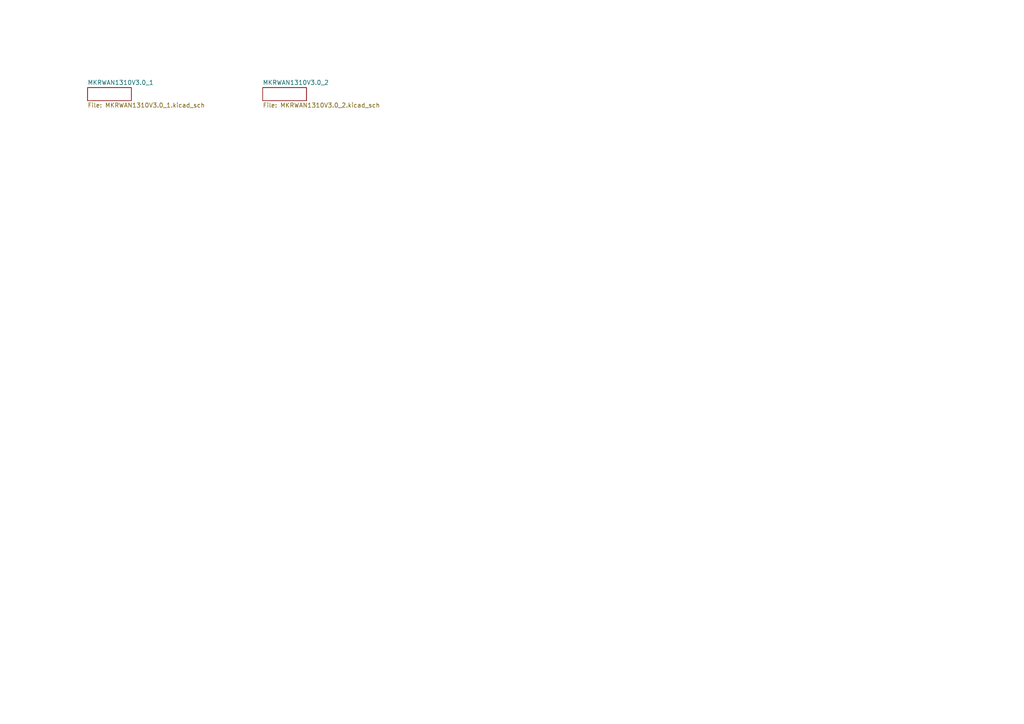
<source format=kicad_sch>
(kicad_sch
	(version 20231120)
	(generator "eeschema")
	(generator_version "8.0")
	(uuid "2a911236-0024-4873-a5cc-71e6c05b51fe")
	(paper "A4")
	(lib_symbols)
	(sheet
		(at 76.2 25.4)
		(size 12.7 3.81)
		(fields_autoplaced yes)
		(stroke
			(width 0)
			(type solid)
		)
		(fill
			(color 0 0 0 0.0000)
		)
		(uuid "9caf0bad-4578-42d1-bf5f-0097a79f7edf")
		(property "Sheetname" "MKRWAN1310V3.0_2"
			(at 76.2 24.6884 0)
			(effects
				(font
					(size 1.27 1.27)
				)
				(justify left bottom)
			)
		)
		(property "Sheetfile" "MKRWAN1310V3.0_2.kicad_sch"
			(at 76.2 29.7946 0)
			(effects
				(font
					(size 1.27 1.27)
				)
				(justify left top)
			)
		)
		(instances
			(project "arduino_mkr_wan_1310_kicad"
				(path "/2a911236-0024-4873-a5cc-71e6c05b51fe"
					(page "2")
				)
			)
		)
	)
	(sheet
		(at 25.4 25.4)
		(size 12.7 3.81)
		(fields_autoplaced yes)
		(stroke
			(width 0)
			(type solid)
		)
		(fill
			(color 0 0 0 0.0000)
		)
		(uuid "9e49d9fb-f933-4bdc-8880-15885b279a3c")
		(property "Sheetname" "MKRWAN1310V3.0_1"
			(at 25.4 24.6884 0)
			(effects
				(font
					(size 1.27 1.27)
				)
				(justify left bottom)
			)
		)
		(property "Sheetfile" "MKRWAN1310V3.0_1.kicad_sch"
			(at 25.4 29.7946 0)
			(effects
				(font
					(size 1.27 1.27)
				)
				(justify left top)
			)
		)
		(instances
			(project "arduino_mkr_wan_1310_kicad"
				(path "/2a911236-0024-4873-a5cc-71e6c05b51fe"
					(page "1")
				)
			)
		)
	)
	(sheet_instances
		(path "/"
			(page "1")
		)
	)
)
</source>
